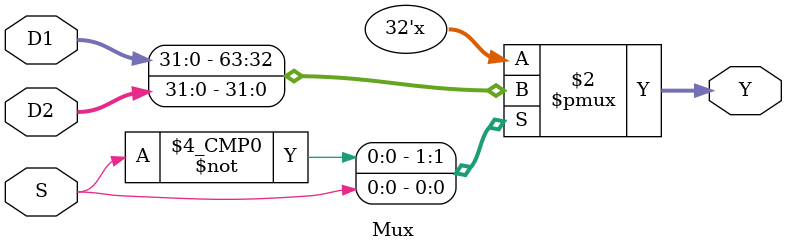
<source format=v>
`timescale 1ns / 1ps

module Mux (
    input S,
    input [31:0] D1,   //Declaring variables as inputs and outputs in module
    input [31:0] D2,
    output reg [31:0] Y);
    
    always @ (*)
    begin
    case(S)
    1'b0 : Y = D1;
    1'b1 : Y = D2;
    default: Y = 32'hXXXXXXXX;
    endcase
    end
endmodule
</source>
